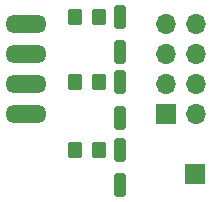
<source format=gbr>
%TF.GenerationSoftware,KiCad,Pcbnew,8.0.6*%
%TF.CreationDate,2025-01-04T22:08:09+01:00*%
%TF.ProjectId,hall-tester,68616c6c-2d74-4657-9374-65722e6b6963,rev?*%
%TF.SameCoordinates,Original*%
%TF.FileFunction,Soldermask,Top*%
%TF.FilePolarity,Negative*%
%FSLAX46Y46*%
G04 Gerber Fmt 4.6, Leading zero omitted, Abs format (unit mm)*
G04 Created by KiCad (PCBNEW 8.0.6) date 2025-01-04 22:08:09*
%MOMM*%
%LPD*%
G01*
G04 APERTURE LIST*
G04 Aperture macros list*
%AMRoundRect*
0 Rectangle with rounded corners*
0 $1 Rounding radius*
0 $2 $3 $4 $5 $6 $7 $8 $9 X,Y pos of 4 corners*
0 Add a 4 corners polygon primitive as box body*
4,1,4,$2,$3,$4,$5,$6,$7,$8,$9,$2,$3,0*
0 Add four circle primitives for the rounded corners*
1,1,$1+$1,$2,$3*
1,1,$1+$1,$4,$5*
1,1,$1+$1,$6,$7*
1,1,$1+$1,$8,$9*
0 Add four rect primitives between the rounded corners*
20,1,$1+$1,$2,$3,$4,$5,0*
20,1,$1+$1,$4,$5,$6,$7,0*
20,1,$1+$1,$6,$7,$8,$9,0*
20,1,$1+$1,$8,$9,$2,$3,0*%
G04 Aperture macros list end*
%ADD10O,1.700000X1.700000*%
%ADD11R,1.700000X1.700000*%
%ADD12RoundRect,0.250000X-0.350000X-0.450000X0.350000X-0.450000X0.350000X0.450000X-0.350000X0.450000X0*%
%ADD13RoundRect,0.250000X-0.250000X0.750000X-0.250000X-0.750000X0.250000X-0.750000X0.250000X0.750000X0*%
%ADD14O,3.500000X1.524000*%
G04 APERTURE END LIST*
D10*
%TO.C,J1*%
X108015000Y-60960000D03*
X105475000Y-60960000D03*
X108015000Y-63500000D03*
X105475000Y-63500000D03*
X108015000Y-66040000D03*
X105475000Y-66040000D03*
X108015000Y-68580000D03*
D11*
X105475000Y-68580000D03*
%TD*%
D12*
%TO.C,R3*%
X97790000Y-60325000D03*
X99790000Y-60325000D03*
%TD*%
%TO.C,R2*%
X97790000Y-65865000D03*
X99790000Y-65865000D03*
%TD*%
%TO.C,R1*%
X97790000Y-71580000D03*
X99790000Y-71580000D03*
%TD*%
D11*
%TO.C,J3*%
X107950000Y-73660000D03*
%TD*%
D13*
%TO.C,D3*%
X101568000Y-60325000D03*
X101568000Y-63325000D03*
%TD*%
%TO.C,D2*%
X101568000Y-65865000D03*
X101568000Y-68865000D03*
%TD*%
%TO.C,D1*%
X101568000Y-71604000D03*
X101568000Y-74604000D03*
%TD*%
D14*
%TO.C,J2*%
X93599000Y-60960000D03*
X93599000Y-63500000D03*
X93599000Y-66040000D03*
X93599000Y-68580000D03*
%TD*%
M02*

</source>
